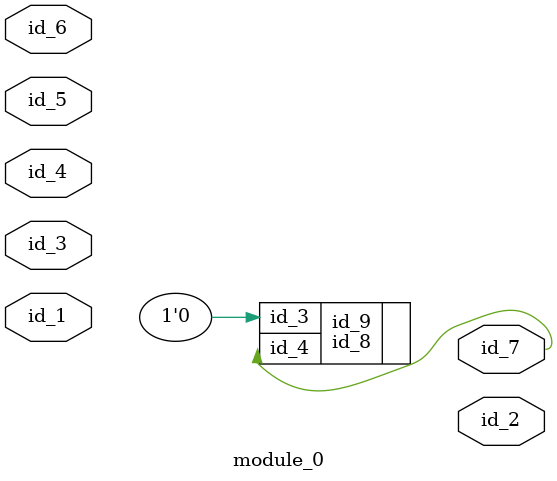
<source format=v>
module module_0 (
    id_1,
    id_2,
    id_3,
    id_4,
    id_5,
    id_6,
    id_7
);
  output id_7;
  input id_6;
  input id_5;
  input id_4;
  input id_3;
  output id_2;
  input id_1;
  id_8 id_9 (
      .id_4(id_7),
      .id_3(1'b0)
  );
endmodule

</source>
